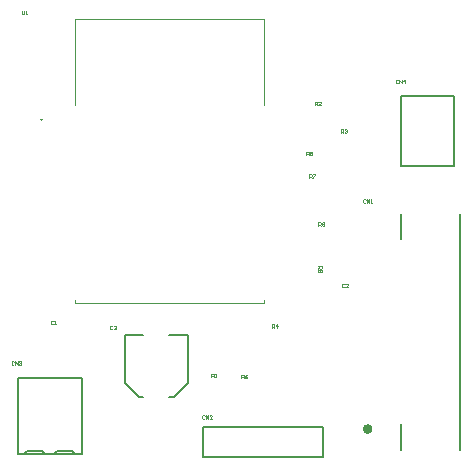
<source format=gto>
G04*
G04 #@! TF.GenerationSoftware,Altium Limited,Altium Designer,23.3.1 (30)*
G04*
G04 Layer_Color=65535*
%FSLAX25Y25*%
%MOIN*%
G70*
G04*
G04 #@! TF.SameCoordinates,0C139B8F-EE47-4A66-AA8D-B4512E762C46*
G04*
G04*
G04 #@! TF.FilePolarity,Positive*
G04*
G01*
G75*
%ADD10C,0.00787*%
%ADD11C,0.01575*%
%ADD12C,0.00394*%
%ADD13C,0.00200*%
D10*
X11091Y114874D02*
G03*
X11484Y114874I197J0D01*
G01*
D02*
G03*
X11091Y114874I-197J0D01*
G01*
D02*
G03*
X11484Y114874I197J0D01*
G01*
X53831Y22264D02*
X55405D01*
X60130Y26988D01*
Y43130D01*
X53831D02*
X60130D01*
X43595Y22264D02*
X45169D01*
X38870Y26988D02*
X43595Y22264D01*
X38870Y26988D02*
Y43130D01*
X45169D01*
X130917Y4567D02*
Y13299D01*
X150602Y4567D02*
Y83307D01*
X130917Y75071D02*
Y83307D01*
X65000Y2500D02*
Y12500D01*
X105000D01*
X65000Y2500D02*
X105000D01*
Y12500D01*
X6500Y4500D02*
X11500D01*
X5500Y3402D02*
X6500Y4500D01*
X11500D02*
X12500Y3402D01*
X21500Y4500D02*
X22500Y3402D01*
X15500D02*
X16500Y4500D01*
X21500D01*
X3370Y28598D02*
X24236D01*
X3370Y3402D02*
Y28598D01*
Y3402D02*
X24630D01*
Y28598D01*
X24236D02*
X24630D01*
X148693Y99386D02*
Y122614D01*
X130976Y99386D02*
X148693D01*
X130976D02*
Y122614D01*
X148693D01*
D11*
X120735Y11673D02*
G03*
X120735Y11673I-810J0D01*
G01*
D12*
X22508Y119795D02*
Y148339D01*
Y119795D02*
Y148339D01*
X85500D01*
X22508D02*
X85500D01*
Y119795D02*
Y148339D01*
Y119795D02*
Y148339D01*
Y53850D02*
Y54835D01*
Y53850D02*
Y54835D01*
X22508Y53850D02*
X85500D01*
X22508D02*
X85500D01*
X22508D02*
Y54835D01*
Y53850D02*
Y54835D01*
D13*
X99500Y102900D02*
Y104100D01*
X100100D01*
X100300Y103900D01*
Y103500D01*
X100100Y103300D01*
X99500D01*
X99900D02*
X100300Y102900D01*
X101500Y104100D02*
X100700D01*
Y103500D01*
X101100Y103700D01*
X101300D01*
X101500Y103500D01*
Y103100D01*
X101300Y102900D01*
X100900D01*
X100700Y103100D01*
X100500Y95400D02*
Y96600D01*
X101100D01*
X101300Y96400D01*
Y96000D01*
X101100Y95800D01*
X100500D01*
X100900D02*
X101300Y95400D01*
X101700Y96600D02*
X102500D01*
Y96400D01*
X101700Y95600D01*
Y95400D01*
X103500Y79400D02*
Y80600D01*
X104100D01*
X104300Y80400D01*
Y80000D01*
X104100Y79800D01*
X103500D01*
X103900D02*
X104300Y79400D01*
X104700Y80400D02*
X104900Y80600D01*
X105300D01*
X105500Y80400D01*
Y80200D01*
X105300Y80000D01*
X105500Y79800D01*
Y79600D01*
X105300Y79400D01*
X104900D01*
X104700Y79600D01*
Y79800D01*
X104900Y80000D01*
X104700Y80200D01*
Y80400D01*
X104900Y80000D02*
X105300D01*
X112300Y59900D02*
X112100Y60100D01*
X111700D01*
X111500Y59900D01*
Y59100D01*
X111700Y58900D01*
X112100D01*
X112300Y59100D01*
X113500Y58900D02*
X112700D01*
X113500Y59700D01*
Y59900D01*
X113300Y60100D01*
X112900D01*
X112700Y59900D01*
X88000Y45400D02*
Y46600D01*
X88600D01*
X88800Y46400D01*
Y46000D01*
X88600Y45800D01*
X88000D01*
X88400D02*
X88800Y45400D01*
X89800D02*
Y46600D01*
X89200Y46000D01*
X90000D01*
X34800Y45900D02*
X34600Y46100D01*
X34200D01*
X34000Y45900D01*
Y45100D01*
X34200Y44900D01*
X34600D01*
X34800Y45100D01*
X35200Y45900D02*
X35400Y46100D01*
X35800D01*
X36000Y45900D01*
Y45700D01*
X35800Y45500D01*
X35600D01*
X35800D01*
X36000Y45300D01*
Y45100D01*
X35800Y44900D01*
X35400D01*
X35200Y45100D01*
X4700Y151100D02*
Y150100D01*
X4900Y149900D01*
X5300D01*
X5500Y150100D01*
Y151100D01*
X5900Y149900D02*
X6300D01*
X6100D01*
Y151100D01*
X5900Y150900D01*
X103400Y66000D02*
X104600D01*
Y65400D01*
X104400Y65200D01*
X104000D01*
X103800Y65400D01*
Y66000D01*
Y65600D02*
X103400Y65200D01*
X103600Y64800D02*
X103400Y64600D01*
Y64200D01*
X103600Y64000D01*
X104400D01*
X104600Y64200D01*
Y64600D01*
X104400Y64800D01*
X104200D01*
X104000Y64600D01*
Y64000D01*
X111000Y110400D02*
Y111600D01*
X111600D01*
X111800Y111400D01*
Y111000D01*
X111600Y110800D01*
X111000D01*
X111400D02*
X111800Y110400D01*
X112200Y111400D02*
X112400Y111600D01*
X112800D01*
X113000Y111400D01*
Y111200D01*
X112800Y111000D01*
X112600D01*
X112800D01*
X113000Y110800D01*
Y110600D01*
X112800Y110400D01*
X112400D01*
X112200Y110600D01*
X67800Y28900D02*
Y30100D01*
X68400D01*
X68600Y29900D01*
Y29500D01*
X68400Y29300D01*
X67800D01*
X68200D02*
X68600Y28900D01*
X69000D02*
X69399D01*
X69200D01*
Y30100D01*
X69000Y29900D01*
X119300Y88100D02*
X119100Y88300D01*
X118700D01*
X118500Y88100D01*
Y87300D01*
X118700Y87100D01*
X119100D01*
X119300Y87300D01*
X119700Y87100D02*
Y88300D01*
X120499Y87100D01*
Y88300D01*
X120899Y87100D02*
X121299D01*
X121099D01*
Y88300D01*
X120899Y88100D01*
X102300Y119600D02*
Y120800D01*
X102900D01*
X103100Y120600D01*
Y120200D01*
X102900Y120000D01*
X102300D01*
X102700D02*
X103100Y119600D01*
X104299D02*
X103500D01*
X104299Y120400D01*
Y120600D01*
X104099Y120800D01*
X103700D01*
X103500Y120600D01*
X77800Y28600D02*
Y29800D01*
X78400D01*
X78600Y29600D01*
Y29200D01*
X78400Y29000D01*
X77800D01*
X78200D02*
X78600Y28600D01*
X79799Y29800D02*
X79400Y29600D01*
X79000Y29200D01*
Y28800D01*
X79199Y28600D01*
X79599D01*
X79799Y28800D01*
Y29000D01*
X79599Y29200D01*
X79000D01*
X65600Y16100D02*
X65400Y16300D01*
X65000D01*
X64800Y16100D01*
Y15300D01*
X65000Y15100D01*
X65400D01*
X65600Y15300D01*
X66000Y15100D02*
Y16300D01*
X66799Y15100D01*
Y16300D01*
X67999Y15100D02*
X67199D01*
X67999Y15900D01*
Y16100D01*
X67799Y16300D01*
X67399D01*
X67199Y16100D01*
X15100Y47600D02*
X14900Y47800D01*
X14500D01*
X14300Y47600D01*
Y46800D01*
X14500Y46600D01*
X14900D01*
X15100Y46800D01*
X15500Y46600D02*
X15900D01*
X15699D01*
Y47800D01*
X15500Y47600D01*
X2000Y34200D02*
X1800Y34400D01*
X1400D01*
X1200Y34200D01*
Y33400D01*
X1400Y33200D01*
X1800D01*
X2000Y33400D01*
X2400Y33200D02*
Y34400D01*
X3199Y33200D01*
Y34400D01*
X3599Y34200D02*
X3799Y34400D01*
X4199D01*
X4399Y34200D01*
Y34000D01*
X4199Y33800D01*
X3999D01*
X4199D01*
X4399Y33600D01*
Y33400D01*
X4199Y33200D01*
X3799D01*
X3599Y33400D01*
X130000Y128000D02*
X129800Y128200D01*
X129400D01*
X129200Y128000D01*
Y127200D01*
X129400Y127000D01*
X129800D01*
X130000Y127200D01*
X130400Y127000D02*
Y128200D01*
X131199Y127000D01*
Y128200D01*
X132199Y127000D02*
Y128200D01*
X131599Y127600D01*
X132399D01*
M02*

</source>
